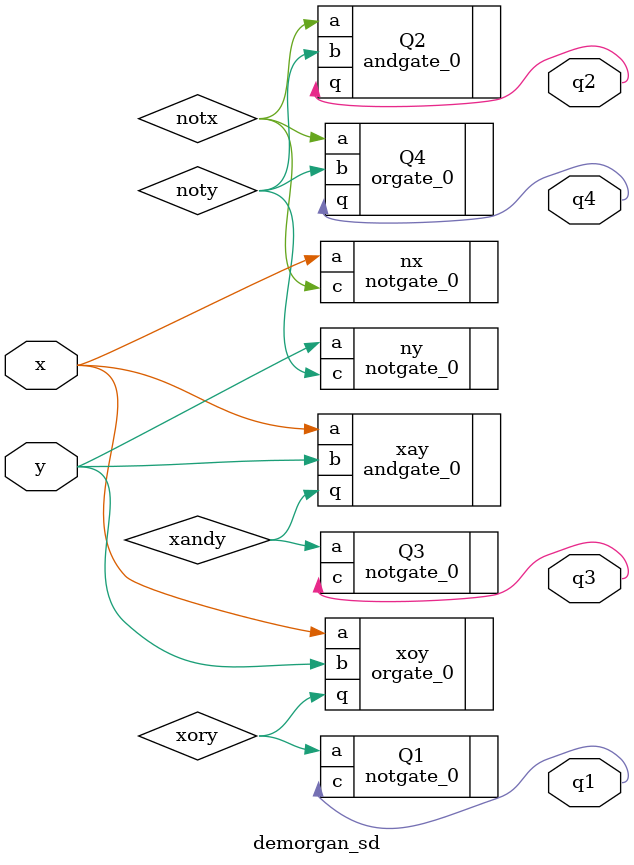
<source format=v>
`timescale 1ns / 1ps


module demorgan_sd(
    input x, y,
    output q1, q2, q3, q4
);
    wire notx, noty, xory, xandy;
    notgate_0 nx(.a(x), .c(notx));
    notgate_0 ny(.a(y), .c(noty));
    orgate_0 xoy(.a(x), .b(y), .q(xory));
    andgate_0 xay(.a(x), .b(y), .q(xandy));
    // ~(x | y)
    notgate_0 Q1(.a(xory), .c(q1)); 
    // (~x) & (~y) 
    andgate_0 Q2(.a(notx), .b(noty), .q(q2));
    // ~(x & y)
    notgate_0 Q3(.a(xandy), .c(q3));
    // (~x) | (~y)
    orgate_0 Q4(.a(notx), .b(noty), .q(q4)); 
endmodule

</source>
